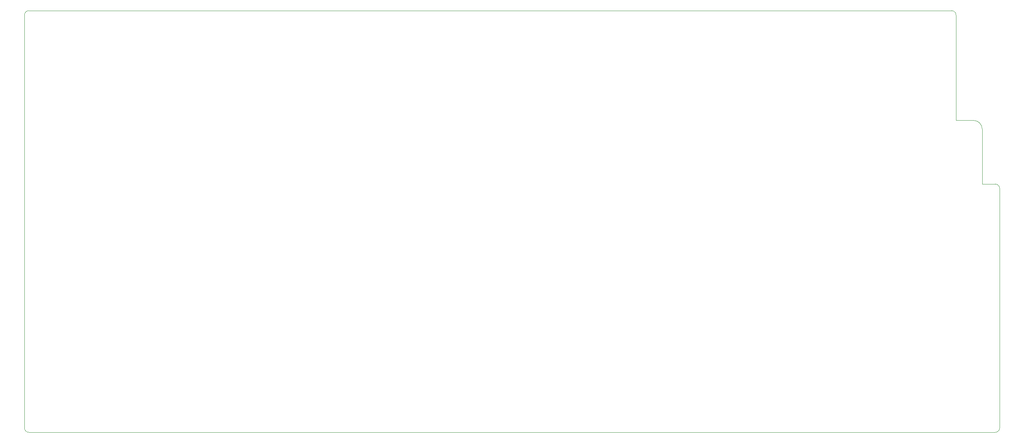
<source format=gbr>
G04 #@! TF.GenerationSoftware,KiCad,Pcbnew,(5.1.5)-2*
G04 #@! TF.CreationDate,2020-04-02T11:08:13+02:00*
G04 #@! TF.ProjectId,TI-99_kbd,54492d39-395f-46b6-9264-2e6b69636164,rev?*
G04 #@! TF.SameCoordinates,Original*
G04 #@! TF.FileFunction,Profile,NP*
%FSLAX46Y46*%
G04 Gerber Fmt 4.6, Leading zero omitted, Abs format (unit mm)*
G04 Created by KiCad (PCBNEW (5.1.5)-2) date 2020-04-02 11:08:13*
%MOMM*%
%LPD*%
G04 APERTURE LIST*
%ADD10C,0.050000*%
G04 APERTURE END LIST*
D10*
X262360000Y-156480000D02*
G75*
G02X261360000Y-157480000I-1000000J0D01*
G01*
X39860000Y-157480000D02*
G75*
G02X38860000Y-156480000I0J1000000D01*
G01*
X38860000Y-61680000D02*
G75*
G02X39860000Y-60680000I1000000J0D01*
G01*
X251360000Y-60680000D02*
G75*
G02X252360000Y-61680000I0J-1000000D01*
G01*
X256360000Y-85880000D02*
G75*
G02X258360000Y-87880000I0J-2000000D01*
G01*
X261360000Y-100480000D02*
G75*
G02X262360000Y-101480000I0J-1000000D01*
G01*
X38860000Y-61680000D02*
X38860000Y-156480000D01*
X251360000Y-60680000D02*
X39860000Y-60680000D01*
X252360000Y-85880000D02*
X252360000Y-61680000D01*
X256360000Y-85880000D02*
X252360000Y-85880000D01*
X258360000Y-100480000D02*
X258360000Y-87880000D01*
X261360000Y-100480000D02*
X258360000Y-100480000D01*
X262360000Y-156480000D02*
X262360000Y-101480000D01*
X39860000Y-157480000D02*
X261360000Y-157480000D01*
M02*

</source>
